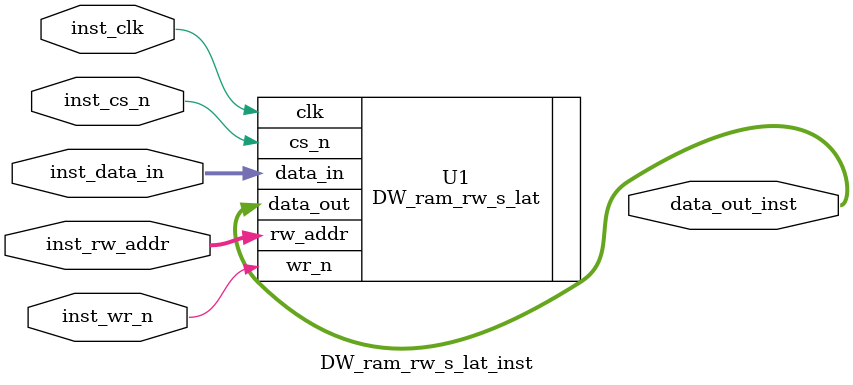
<source format=v>
module DW_ram_rw_s_lat_inst(inst_clk, inst_cs_n, inst_wr_n, inst_rw_addr,
                            inst_data_in, data_out_inst );

  parameter data_width = 8;
  parameter depth = 8;
  `define bit_width_depth 3 // ceil(log2(depth)) 

  input inst_clk;
  input inst_cs_n;
  input inst_wr_n;
  input [`bit_width_depth-1 : 0] inst_rw_addr;
  input [data_width-1 : 0] inst_data_in;
  output [data_width-1 : 0] data_out_inst;

  // Instance of DW_ram_rw_s_lat
  DW_ram_rw_s_lat #(data_width, depth)
  U1 (.clk(inst_clk),   .cs_n(inst_cs_n),   .wr_n(inst_wr_n),
      .rw_addr(inst_rw_addr),   .data_in(inst_data_in),
      .data_out(data_out_inst) );
endmodule


</source>
